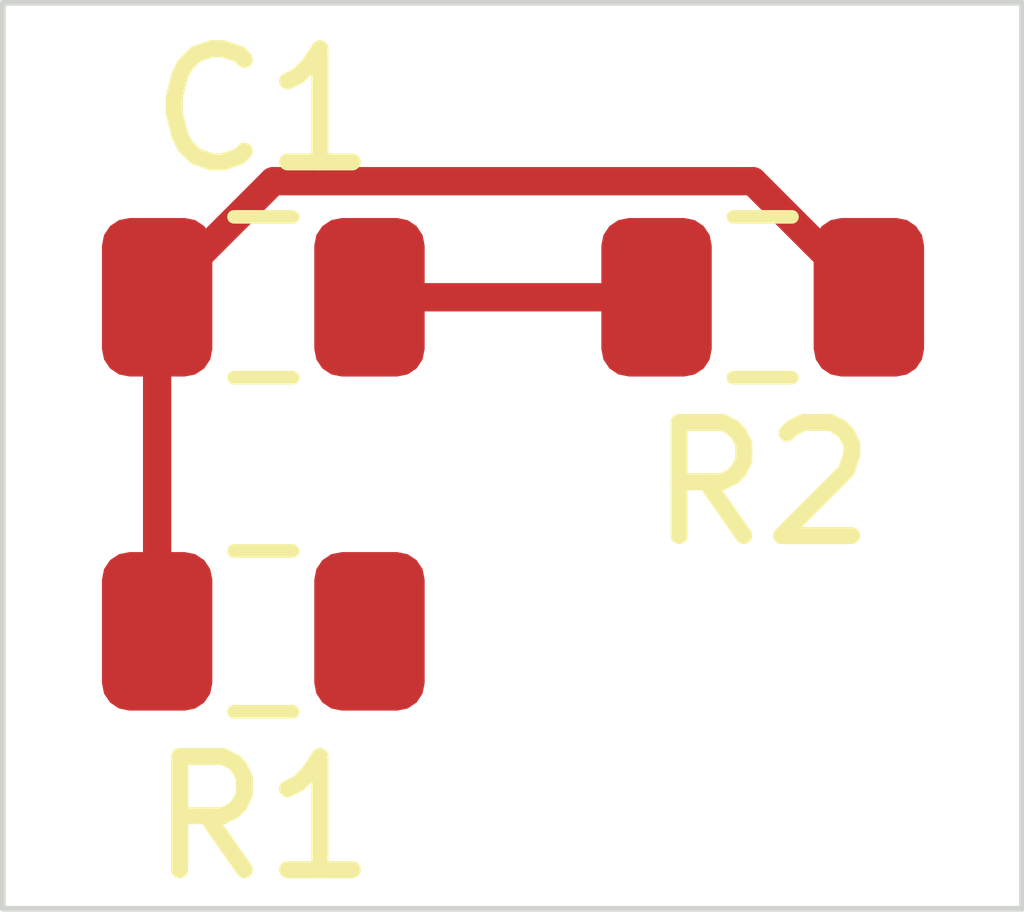
<source format=kicad_pcb>
(kicad_pcb (version 20171130) (host pcbnew 5.1.5+dfsg1-2~bpo10+1)

  (general
    (thickness 1.6)
    (drawings 4)
    (tracks 7)
    (zones 0)
    (modules 3)
    (nets 4)
  )

  (page A4)
  (layers
    (0 F.Cu signal)
    (31 B.Cu signal)
    (32 B.Adhes user)
    (33 F.Adhes user)
    (34 B.Paste user)
    (35 F.Paste user)
    (36 B.SilkS user)
    (37 F.SilkS user)
    (38 B.Mask user)
    (39 F.Mask user)
    (40 Dwgs.User user)
    (41 Cmts.User user)
    (42 Eco1.User user)
    (43 Eco2.User user)
    (44 Edge.Cuts user)
    (45 Margin user)
    (46 B.CrtYd user)
    (47 F.CrtYd user)
    (48 B.Fab user)
    (49 F.Fab user)
  )

  (setup
    (last_trace_width 0.25)
    (trace_clearance 0.2)
    (zone_clearance 0.508)
    (zone_45_only no)
    (trace_min 0.2)
    (via_size 0.8)
    (via_drill 0.4)
    (via_min_size 0.4)
    (via_min_drill 0.3)
    (uvia_size 0.3)
    (uvia_drill 0.1)
    (uvias_allowed no)
    (uvia_min_size 0.2)
    (uvia_min_drill 0.1)
    (edge_width 0.05)
    (segment_width 0.2)
    (pcb_text_width 0.3)
    (pcb_text_size 1.5 1.5)
    (mod_edge_width 0.12)
    (mod_text_size 1 1)
    (mod_text_width 0.15)
    (pad_size 1.524 1.524)
    (pad_drill 0.762)
    (pad_to_mask_clearance 0.051)
    (solder_mask_min_width 0.25)
    (aux_axis_origin 148.4 80.2)
    (visible_elements FFFFFF7F)
    (pcbplotparams
      (layerselection 0x010fc_ffffffff)
      (usegerberextensions false)
      (usegerberattributes false)
      (usegerberadvancedattributes false)
      (creategerberjobfile false)
      (excludeedgelayer true)
      (linewidth 0.100000)
      (plotframeref false)
      (viasonmask false)
      (mode 1)
      (useauxorigin false)
      (hpglpennumber 1)
      (hpglpenspeed 20)
      (hpglpendiameter 15.000000)
      (psnegative false)
      (psa4output false)
      (plotreference true)
      (plotvalue true)
      (plotinvisibletext false)
      (padsonsilk false)
      (subtractmaskfromsilk false)
      (outputformat 1)
      (mirror false)
      (drillshape 1)
      (scaleselection 1)
      (outputdirectory ""))
  )

  (net 0 "")
  (net 1 GND)
  (net 2 "Net-(C1-Pad1)")
  (net 3 VCC)

  (net_class Default "Esta es la clase de red por defecto."
    (clearance 0.2)
    (trace_width 0.25)
    (via_dia 0.8)
    (via_drill 0.4)
    (uvia_dia 0.3)
    (uvia_drill 0.1)
    (add_net GND)
    (add_net "Net-(C1-Pad1)")
    (add_net VCC)
  )

  (module Resistor_SMD:R_0805_2012Metric (layer F.Cu) (tedit 5B36C52B) (tstamp 5EBEA03F)
    (at 150.71 78.6 180)
    (descr "Resistor SMD 0805 (2012 Metric), square (rectangular) end terminal, IPC_7351 nominal, (Body size source: https://docs.google.com/spreadsheets/d/1BsfQQcO9C6DZCsRaXUlFlo91Tg2WpOkGARC1WS5S8t0/edit?usp=sharing), generated with kicad-footprint-generator")
    (tags resistor)
    (path /5EBE8E9E)
    (attr smd)
    (fp_text reference R2 (at 0 -1.65) (layer F.SilkS)
      (effects (font (size 1 1) (thickness 0.15)))
    )
    (fp_text value 200 (at 0 1.65) (layer F.Fab)
      (effects (font (size 1 1) (thickness 0.15)))
    )
    (fp_text user %R (at 0 0) (layer F.Fab)
      (effects (font (size 0.5 0.5) (thickness 0.08)))
    )
    (fp_line (start 1.68 0.95) (end -1.68 0.95) (layer F.CrtYd) (width 0.05))
    (fp_line (start 1.68 -0.95) (end 1.68 0.95) (layer F.CrtYd) (width 0.05))
    (fp_line (start -1.68 -0.95) (end 1.68 -0.95) (layer F.CrtYd) (width 0.05))
    (fp_line (start -1.68 0.95) (end -1.68 -0.95) (layer F.CrtYd) (width 0.05))
    (fp_line (start -0.258578 0.71) (end 0.258578 0.71) (layer F.SilkS) (width 0.12))
    (fp_line (start -0.258578 -0.71) (end 0.258578 -0.71) (layer F.SilkS) (width 0.12))
    (fp_line (start 1 0.6) (end -1 0.6) (layer F.Fab) (width 0.1))
    (fp_line (start 1 -0.6) (end 1 0.6) (layer F.Fab) (width 0.1))
    (fp_line (start -1 -0.6) (end 1 -0.6) (layer F.Fab) (width 0.1))
    (fp_line (start -1 0.6) (end -1 -0.6) (layer F.Fab) (width 0.1))
    (pad 2 smd roundrect (at 0.9375 0 180) (size 0.975 1.4) (layers F.Cu F.Paste F.Mask) (roundrect_rratio 0.25)
      (net 1 GND))
    (pad 1 smd roundrect (at -0.9375 0 180) (size 0.975 1.4) (layers F.Cu F.Paste F.Mask) (roundrect_rratio 0.25)
      (net 2 "Net-(C1-Pad1)"))
    (model ${KISYS3DMOD}/Resistor_SMD.3dshapes/R_0805_2012Metric.wrl
      (at (xyz 0 0 0))
      (scale (xyz 1 1 1))
      (rotate (xyz 0 0 0))
    )
  )

  (module Resistor_SMD:R_0805_2012Metric (layer F.Cu) (tedit 5B36C52B) (tstamp 5EBEA02E)
    (at 146.3 81.55 180)
    (descr "Resistor SMD 0805 (2012 Metric), square (rectangular) end terminal, IPC_7351 nominal, (Body size source: https://docs.google.com/spreadsheets/d/1BsfQQcO9C6DZCsRaXUlFlo91Tg2WpOkGARC1WS5S8t0/edit?usp=sharing), generated with kicad-footprint-generator")
    (tags resistor)
    (path /5EBE8A2E)
    (attr smd)
    (fp_text reference R1 (at 0 -1.65) (layer F.SilkS)
      (effects (font (size 1 1) (thickness 0.15)))
    )
    (fp_text value 100 (at 0 1.65) (layer F.Fab)
      (effects (font (size 1 1) (thickness 0.15)))
    )
    (fp_text user %R (at 0 0) (layer F.Fab)
      (effects (font (size 0.5 0.5) (thickness 0.08)))
    )
    (fp_line (start 1.68 0.95) (end -1.68 0.95) (layer F.CrtYd) (width 0.05))
    (fp_line (start 1.68 -0.95) (end 1.68 0.95) (layer F.CrtYd) (width 0.05))
    (fp_line (start -1.68 -0.95) (end 1.68 -0.95) (layer F.CrtYd) (width 0.05))
    (fp_line (start -1.68 0.95) (end -1.68 -0.95) (layer F.CrtYd) (width 0.05))
    (fp_line (start -0.258578 0.71) (end 0.258578 0.71) (layer F.SilkS) (width 0.12))
    (fp_line (start -0.258578 -0.71) (end 0.258578 -0.71) (layer F.SilkS) (width 0.12))
    (fp_line (start 1 0.6) (end -1 0.6) (layer F.Fab) (width 0.1))
    (fp_line (start 1 -0.6) (end 1 0.6) (layer F.Fab) (width 0.1))
    (fp_line (start -1 -0.6) (end 1 -0.6) (layer F.Fab) (width 0.1))
    (fp_line (start -1 0.6) (end -1 -0.6) (layer F.Fab) (width 0.1))
    (pad 2 smd roundrect (at 0.9375 0 180) (size 0.975 1.4) (layers F.Cu F.Paste F.Mask) (roundrect_rratio 0.25)
      (net 2 "Net-(C1-Pad1)"))
    (pad 1 smd roundrect (at -0.9375 0 180) (size 0.975 1.4) (layers F.Cu F.Paste F.Mask) (roundrect_rratio 0.25)
      (net 3 VCC))
    (model ${KISYS3DMOD}/Resistor_SMD.3dshapes/R_0805_2012Metrico.wrl
      (at (xyz 0 0 0))
      (scale (xyz 1 1 1))
      (rotate (xyz 0 0 0))
    )
  )

  (module Capacitor_SMD:C_0805_2012Metric (layer F.Cu) (tedit 5B36C52B) (tstamp 5EBEA01D)
    (at 146.3 78.6)
    (descr "Capacitor SMD 0805 (2012 Metric), square (rectangular) end terminal, IPC_7351 nominal, (Body size source: https://docs.google.com/spreadsheets/d/1BsfQQcO9C6DZCsRaXUlFlo91Tg2WpOkGARC1WS5S8t0/edit?usp=sharing), generated with kicad-footprint-generator")
    (tags capacitor)
    (path /5EBE91AC)
    (attr smd)
    (fp_text reference C1 (at 0 -1.65) (layer F.SilkS)
      (effects (font (size 1 1) (thickness 0.15)))
    )
    (fp_text value 1uF (at 0 1.65) (layer F.Fab)
      (effects (font (size 1 1) (thickness 0.15)))
    )
    (fp_text user %R (at 0 0) (layer F.Fab)
      (effects (font (size 0.5 0.5) (thickness 0.08)))
    )
    (fp_line (start 1.68 0.95) (end -1.68 0.95) (layer F.CrtYd) (width 0.05))
    (fp_line (start 1.68 -0.95) (end 1.68 0.95) (layer F.CrtYd) (width 0.05))
    (fp_line (start -1.68 -0.95) (end 1.68 -0.95) (layer F.CrtYd) (width 0.05))
    (fp_line (start -1.68 0.95) (end -1.68 -0.95) (layer F.CrtYd) (width 0.05))
    (fp_line (start -0.258578 0.71) (end 0.258578 0.71) (layer F.SilkS) (width 0.12))
    (fp_line (start -0.258578 -0.71) (end 0.258578 -0.71) (layer F.SilkS) (width 0.12))
    (fp_line (start 1 0.6) (end -1 0.6) (layer F.Fab) (width 0.1))
    (fp_line (start 1 -0.6) (end 1 0.6) (layer F.Fab) (width 0.1))
    (fp_line (start -1 -0.6) (end 1 -0.6) (layer F.Fab) (width 0.1))
    (fp_line (start -1 0.6) (end -1 -0.6) (layer F.Fab) (width 0.1))
    (pad 2 smd roundrect (at 0.9375 0) (size 0.975 1.4) (layers F.Cu F.Paste F.Mask) (roundrect_rratio 0.25)
      (net 1 GND))
    (pad 1 smd roundrect (at -0.9375 0) (size 0.975 1.4) (layers F.Cu F.Paste F.Mask) (roundrect_rratio 0.25)
      (net 2 "Net-(C1-Pad1)"))
    (model ${KISYS3DMOD}/Capacitor_SMD.3dshapes/C_0805_2012Metric.wrl
      (at (xyz 0 0 0))
      (scale (xyz 1 1 1))
      (rotate (xyz 0 0 0))
    )
  )

  (gr_line (start 153 84) (end 153 76) (layer Edge.Cuts) (width 0.05) (tstamp 5EBEA29B))
  (gr_line (start 144 84) (end 153 84) (layer Edge.Cuts) (width 0.05))
  (gr_line (start 144 76) (end 144 84) (layer Edge.Cuts) (width 0.05))
  (gr_line (start 153 76) (end 144 76) (layer Edge.Cuts) (width 0.05))

  (segment (start 147.2375 78.6) (end 149.7725 78.6) (width 0.25) (layer F.Cu) (net 1))
  (segment (start 145.3625 79.3) (end 145.3625 81.55) (width 0.25) (layer F.Cu) (net 2))
  (segment (start 145.3625 78.6) (end 145.3625 79.3) (width 0.25) (layer F.Cu) (net 2))
  (segment (start 151.161973 78.114473) (end 151.6475 78.6) (width 0.25) (layer F.Cu) (net 2))
  (segment (start 150.62249 77.57499) (end 151.161973 78.114473) (width 0.25) (layer F.Cu) (net 2))
  (segment (start 146.38751 77.57499) (end 150.62249 77.57499) (width 0.25) (layer F.Cu) (net 2))
  (segment (start 145.3625 78.6) (end 146.38751 77.57499) (width 0.25) (layer F.Cu) (net 2))

)

</source>
